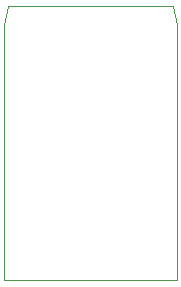
<source format=gko>
G75*
%MOIN*%
%OFA0B0*%
%FSLAX24Y24*%
%IPPOS*%
%LPD*%
%AMOC8*
5,1,8,0,0,1.08239X$1,22.5*
%
%ADD10C,0.0000*%
D10*
X000255Y000320D02*
X006005Y000320D01*
X006005Y008820D01*
X005880Y009445D01*
X000380Y009445D01*
X000255Y008820D01*
X000255Y000320D01*
M02*

</source>
